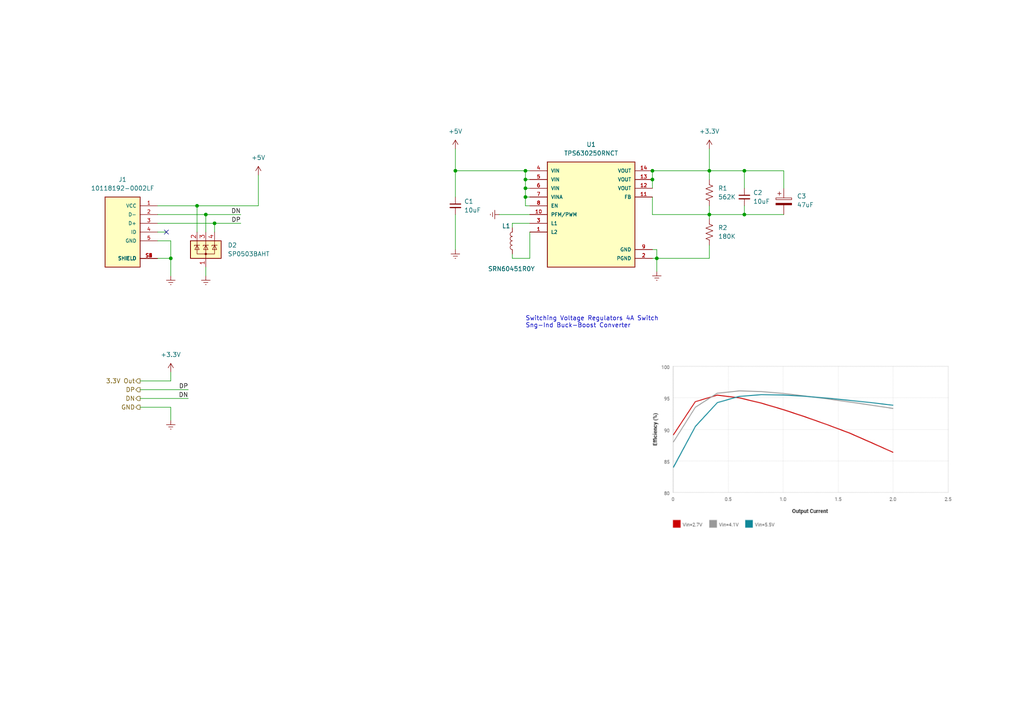
<source format=kicad_sch>
(kicad_sch (version 20250114) (generator "eeschema") (generator_version "9.0")
  (paper "A4")
  (title_block (title "Accelerometer Sensor") (date "2023-07-02") (rev "02") (company "Electronial") (comment 1 "Designed by Electronial") (comment 2 "https://danielismail.com/  ") (comment 3 "Property of NOVOAI[FIVERR]") (comment 4 "@Copyright & Reserved "))
  (lib_symbols
    (symbol "10118192-0002LF:10118192-0002LF" (pin_names (offset 1.016))
      (property "Reference" "J" (at -5.08 11.43 0))
      (property "Value" "10118192-0002LF" (at -5.08 -12.7 0))
      (symbol "10118192-0002LF_0_0"
        (rectangle (start -5.08 -10.16) (end 5.08 10.16) (stroke (width 0.254)) (fill (type background)))
        (pin power_in line (at -10.16 7.62 0) (length 5.08) (name "VCC") (number "1"))
        (pin bidirectional line (at -10.16 5.08 0) (length 5.08) (name "D-") (number "2"))
        (pin bidirectional line (at -10.16 2.54 0) (length 5.08) (name "D+") (number "3"))
        (pin bidirectional line (at -10.16 0 0) (length 5.08) (name "ID") (number "4"))
        (pin power_in line (at -10.16 -2.54 0) (length 5.08) (name "GND") (number "5"))
        (pin passive line (at -10.16 -7.62 0) (length 5.08) (name "SHIELD") (number "S1"))
        (pin passive line (at -10.16 -7.62 0) (length 5.08) (name "SHIELD") (number "S2"))
        (pin passive line (at -10.16 -7.62 0) (length 5.08) (name "SHIELD") (number "S3"))
        (pin passive line (at -10.16 -7.62 0) (length 5.08) (name "SHIELD") (number "S4"))
        (pin passive line (at -10.16 -7.62 0) (length 5.08) (name "SHIELD") (number "S5"))
        (pin passive line (at -10.16 -7.62 0) (length 5.08) (name "SHIELD") (number "S6"))
      )
    )
    (symbol "Device:C_Polarized" (pin_numbers (hide yes)) (pin_names (offset 0.254))
      (property "Reference" "C" (at 0.635 2.54 0))
      (property "Value" "C_Polarized" (at 0.635 -2.54 0))
      (symbol "C_Polarized_0_1"
        (rectangle (start -2.286 0.508) (end 2.286 1.016))
        (polyline (pts (xy -1.778 2.286) (xy -0.762 2.286)))
        (polyline (pts (xy -1.27 2.794) (xy -1.27 1.778)))
        (rectangle (start 2.286 -0.508) (end -2.286 -1.016) (fill (type outline)))
      )
      (symbol "C_Polarized_1_1"
        (pin passive line (at 0 3.81 270) (length 2.794) (name "~") (number "1"))
        (pin passive line (at 0 -3.81 90) (length 2.794) (name "~") (number "2"))
      )
    )
    (symbol "Device:C_Small" (pin_numbers (hide yes)) (pin_names (offset 0.254) (hide yes))
      (property "Reference" "C" (at 0.254 1.778 0))
      (property "Value" "C_Small" (at 0.254 -2.032 0))
      (symbol "C_Small_0_1"
        (polyline (pts (xy -1.524 0.508) (xy 1.524 0.508)) (stroke (width 0.3048)))
        (polyline (pts (xy -1.524 -0.508) (xy 1.524 -0.508)) (stroke (width 0.3302)))
      )
      (symbol "C_Small_1_1"
        (pin passive line (at 0 2.54 270) (length 2.032) (name "~") (number "1"))
        (pin passive line (at 0 -2.54 90) (length 2.032) (name "~") (number "2"))
      )
    )
    (symbol "Device:L" (pin_numbers (hide yes)) (pin_names (offset 1.016) (hide yes))
      (property "Reference" "L" (at -1.27 0 90))
      (property "Value" "L" (at 1.905 0 90))
      (symbol "L_0_1"
        (arc (start 0 2.54) (mid 0.6323 1.905) (end 0 1.27))
        (arc (start 0 1.27) (mid 0.6323 0.635) (end 0 0))
        (arc (start 0 0) (mid 0.6323 -0.635) (end 0 -1.27))
        (arc (start 0 -1.27) (mid 0.6323 -1.905) (end 0 -2.54))
      )
      (symbol "L_1_1"
        (pin passive line (at 0 3.81 270) (length 1.27) (name "1") (number "1"))
        (pin passive line (at 0 -3.81 90) (length 1.27) (name "2") (number "2"))
      )
    )
    (symbol "Device:R_US" (pin_numbers (hide yes)) (pin_names (offset 0))
      (property "Reference" "R" (at 2.54 0 90))
      (property "Value" "R_US" (at -2.54 0 90))
      (symbol "R_US_0_1"
        (polyline (pts (xy 0 2.286) (xy 0 2.54)))
        (polyline (pts (xy 0 2.286) (xy 1.016 1.905) (xy 0 1.524) (xy -1.016 1.143) (xy 0 0.762)))
        (polyline (pts (xy 0 0.762) (xy 1.016 0.381) (xy 0 0) (xy -1.016 -0.381) (xy 0 -0.762)))
        (polyline (pts (xy 0 -0.762) (xy 1.016 -1.143) (xy 0 -1.524) (xy -1.016 -1.905) (xy 0 -2.286)))
        (polyline (pts (xy 0 -2.286) (xy 0 -2.54)))
      )
      (symbol "R_US_1_1"
        (pin passive line (at 0 3.81 270) (length 1.27) (name "~") (number "1"))
        (pin passive line (at 0 -3.81 90) (length 1.27) (name "~") (number "2"))
      )
    )
    (symbol "Power_Protection:SP0503BAHT" (pin_names (hide yes))
      (property "Reference" "D" (at 5.715 2.54 0))
      (property "Value" "SP0503BAHT" (at 5.715 0.635 0))
      (symbol "SP0503BAHT_0_0"
        (pin passive line (at 0 -5.08 90) (length 2.54) (name "A") (number "1"))
      )
      (symbol "SP0503BAHT_0_1"
        (rectangle (start -4.445 2.54) (end 4.445 -2.54) (stroke (width 0.254)) (fill (type background)))
        (polyline (pts (xy -3.302 1.016) (xy -3.302 1.27) (xy -1.905 1.27) (xy -1.778 1.27)))
        (polyline (pts (xy -2.54 2.54) (xy -2.54 1.27)))
        (polyline (pts (xy -2.54 1.27) (xy -2.54 -1.27) (xy 2.54 -1.27) (xy 2.54 1.27)))
        (polyline (pts (xy -2.54 1.27) (xy -1.905 0) (xy -3.175 0) (xy -2.54 1.27)))
        (polyline (pts (xy 0 2.54) (xy 0 1.27)))
        (polyline (pts (xy 0 -1.27) (xy 0 1.27)))
        (polyline (pts (xy 0 -1.27) (xy 0 -2.54)))
        (circle (center 0 -1.27) (radius 0.254) (fill (type outline)))
        (polyline (pts (xy 0.635 1.27) (xy 0.762 1.27)))
        (polyline (pts (xy 0.635 1.27) (xy -0.762 1.27) (xy -0.762 1.016)))
        (polyline (pts (xy 0.635 0) (xy -0.635 0) (xy 0 1.27) (xy 0.635 0)))
        (polyline (pts (xy 1.778 1.016) (xy 1.778 1.27) (xy 3.175 1.27) (xy 3.302 1.27)))
        (polyline (pts (xy 2.54 2.54) (xy 2.54 1.27)))
        (polyline (pts (xy 2.54 1.27) (xy 1.905 0) (xy 3.175 0) (xy 2.54 1.27)))
      )
      (symbol "SP0503BAHT_1_1"
        (pin passive line (at -2.54 5.08 270) (length 2.54) (name "K") (number "2"))
        (pin passive line (at 0 5.08 270) (length 2.54) (name "K") (number "3"))
        (pin passive line (at 2.54 5.08 270) (length 2.54) (name "K") (number "4"))
      )
    )
    (symbol "TPS630250RNCT:TPS630250RNCT" (pin_names (offset 1.016))
      (property "Reference" "U1" (at 0 20.32 0))
      (property "Value" "TPS630250RNCT" (at 0 17.78 0))
      (symbol "TPS630250RNCT_0_0"
        (rectangle (start -12.7 15.24) (end 12.7 -15.24) (stroke (width 0.254)) (fill (type background)))
        (pin input line (at -17.78 12.7 0) (length 5.08) (name "VIN") (number "4"))
        (pin input line (at -17.78 10.16 0) (length 5.08) (name "VIN") (number "5"))
        (pin input line (at -17.78 7.62 0) (length 5.08) (name "VIN") (number "6"))
        (pin input line (at -17.78 5.08 0) (length 5.08) (name "VINA") (number "7"))
        (pin input line (at -17.78 2.54 0) (length 5.08) (name "EN") (number "8"))
        (pin input line (at -17.78 0 0) (length 5.08) (name "PFM/PWM") (number "10"))
        (pin passive line (at -17.78 -2.54 0) (length 5.08) (name "L1") (number "3"))
        (pin passive line (at -17.78 -5.08 0) (length 5.08) (name "L2") (number "1"))
        (pin output line (at 17.78 12.7 180) (length 5.08) (name "VOUT") (number "14"))
        (pin output line (at 17.78 10.16 180) (length 5.08) (name "VOUT") (number "13"))
        (pin output line (at 17.78 7.62 180) (length 5.08) (name "VOUT") (number "12"))
        (pin input line (at 17.78 5.08 180) (length 5.08) (name "FB") (number "11"))
        (pin power_in line (at 17.78 -10.16 180) (length 5.08) (name "GND") (number "9"))
        (pin power_in line (at 17.78 -12.7 180) (length 5.08) (name "PGND") (number "2"))
      )
    )
    (symbol "power:+3.3V" (power) (pin_names (offset 0))
      (property "Value" "+3.3V" (at 0 3.556 0))
      (symbol "+3.3V_0_1"
        (polyline (pts (xy -0.762 1.27) (xy 0 2.54)))
        (polyline (pts (xy 0 2.54) (xy 0.762 1.27)))
        (polyline (pts (xy 0 0) (xy 0 2.54)))
      )
      (symbol "+3.3V_1_1"
        (pin power_in line (at 0 0 90) (length 0) (hide yes) (name "+3.3V") (number "1"))
      )
    )
    (symbol "power:+5V" (power) (pin_names (offset 0))
      (property "Value" "+5V" (at 0 3.556 0))
      (symbol "+5V_0_1"
        (polyline (pts (xy -0.762 1.27) (xy 0 2.54)))
        (polyline (pts (xy 0 2.54) (xy 0.762 1.27)))
        (polyline (pts (xy 0 0) (xy 0 2.54)))
      )
      (symbol "+5V_1_1"
        (pin power_in line (at 0 0 90) (length 0) (hide yes) (name "+5V") (number "1"))
      )
    )
    (symbol "power:Earth" (power) (pin_names (offset 0))
      (symbol "Earth_0_1"
        (polyline (pts (xy -0.635 -1.905) (xy 0.635 -1.905)))
        (polyline (pts (xy -0.127 -2.54) (xy 0.127 -2.54)))
        (polyline (pts (xy 0 -1.27) (xy 0 0)))
        (polyline (pts (xy 1.27 -1.27) (xy -1.27 -1.27)))
      )
      (symbol "Earth_1_1"
        (pin power_in line (at 0 0 270) (length 0) (hide yes) (name "Earth") (number "1"))
      )
    )
  )
  (text "Switching Voltage Regulators 4A Switch \nSng-Ind Buck-Boost Converter" (at 152.4 95.25 0) (effects (font (size 1.27 1.27)) (justify left bottom)))
  (junction (at 189.23 49.53))
  (junction (at 152.4 57.15))
  (junction (at 57.15 59.69))
  (junction (at 205.74 62.23))
  (junction (at 59.69 62.23))
  (junction (at 205.74 49.53))
  (junction (at 190.5 74.93))
  (junction (at 152.4 49.53))
  (junction (at 152.4 52.07))
  (junction (at 152.4 54.61))
  (junction (at 215.9 62.23))
  (junction (at 49.53 74.93))
  (junction (at 132.08 49.53))
  (junction (at 215.9 49.53))
  (junction (at 189.23 52.07))
  (junction (at 62.23 64.77))
  (no_connect (at 48.26 67.31))
  (wire (pts (xy 45.72 69.85) (xy 49.53 69.85)))
  (wire (pts (xy 148.59 66.04) (xy 148.59 64.77)))
  (wire (pts (xy 205.74 49.53) (xy 189.23 49.53)))
  (wire (pts (xy 132.08 43.18) (xy 132.08 49.53)))
  (wire (pts (xy 57.15 59.69) (xy 74.93 59.69)))
  (wire (pts (xy 153.67 59.69) (xy 152.4 59.69)))
  (wire (pts (xy 189.23 74.93) (xy 190.5 74.93)))
  (wire (pts (xy 190.5 72.39) (xy 189.23 72.39)))
  (wire (pts (xy 190.5 72.39) (xy 190.5 74.93)))
  (wire (pts (xy 153.67 67.31) (xy 153.67 74.93)))
  (wire (pts (xy 189.23 62.23) (xy 189.23 57.15)))
  (wire (pts (xy 189.23 54.61) (xy 189.23 52.07)))
  (wire (pts (xy 62.23 64.77) (xy 62.23 67.31)))
  (wire (pts (xy 153.67 57.15) (xy 152.4 57.15)))
  (wire (pts (xy 205.74 43.18) (xy 205.74 49.53)))
  (wire (pts (xy 54.61 115.57) (xy 40.64 115.57)))
  (wire (pts (xy 59.69 62.23) (xy 69.85 62.23)))
  (wire (pts (xy 45.72 64.77) (xy 62.23 64.77)))
  (wire (pts (xy 62.23 64.77) (xy 69.85 64.77)))
  (wire (pts (xy 59.69 62.23) (xy 59.69 67.31)))
  (wire (pts (xy 49.53 69.85) (xy 49.53 74.93)))
  (wire (pts (xy 189.23 49.53) (xy 189.23 52.07)))
  (wire (pts (xy 152.4 52.07) (xy 152.4 49.53)))
  (wire (pts (xy 45.72 59.69) (xy 57.15 59.69)))
  (wire (pts (xy 144.78 62.23) (xy 153.67 62.23)))
  (wire (pts (xy 205.74 62.23) (xy 205.74 63.5)))
  (wire (pts (xy 227.33 49.53) (xy 227.33 54.61)))
  (wire (pts (xy 215.9 62.23) (xy 227.33 62.23)))
  (wire (pts (xy 132.08 62.23) (xy 132.08 72.39)))
  (wire (pts (xy 205.74 74.93) (xy 205.74 71.12)))
  (wire (pts (xy 215.9 62.23) (xy 215.9 59.69)))
  (wire (pts (xy 152.4 54.61) (xy 153.67 54.61)))
  (wire (pts (xy 153.67 74.93) (xy 148.59 74.93)))
  (wire (pts (xy 132.08 49.53) (xy 152.4 49.53)))
  (wire (pts (xy 152.4 49.53) (xy 153.67 49.53)))
  (wire (pts (xy 54.61 113.03) (xy 40.64 113.03)))
  (wire (pts (xy 205.74 49.53) (xy 215.9 49.53)))
  (wire (pts (xy 215.9 49.53) (xy 227.33 49.53)))
  (wire (pts (xy 205.74 62.23) (xy 215.9 62.23)))
  (wire (pts (xy 152.4 54.61) (xy 152.4 52.07)))
  (wire (pts (xy 45.72 62.23) (xy 59.69 62.23)))
  (wire (pts (xy 215.9 49.53) (xy 215.9 54.61)))
  (wire (pts (xy 190.5 74.93) (xy 205.74 74.93)))
  (wire (pts (xy 205.74 62.23) (xy 189.23 62.23)))
  (wire (pts (xy 49.53 80.01) (xy 49.53 74.93)))
  (wire (pts (xy 152.4 52.07) (xy 153.67 52.07)))
  (wire (pts (xy 49.53 74.93) (xy 45.72 74.93)))
  (wire (pts (xy 205.74 52.07) (xy 205.74 49.53)))
  (wire (pts (xy 49.53 107.95) (xy 49.53 110.49)))
  (wire (pts (xy 132.08 49.53) (xy 132.08 57.15)))
  (wire (pts (xy 152.4 57.15) (xy 152.4 54.61)))
  (wire (pts (xy 57.15 59.69) (xy 57.15 67.31)))
  (wire (pts (xy 45.72 67.31) (xy 48.26 67.31)))
  (wire (pts (xy 152.4 59.69) (xy 152.4 57.15)))
  (wire (pts (xy 205.74 62.23) (xy 205.74 59.69)))
  (wire (pts (xy 49.53 121.92) (xy 49.53 118.11)))
  (wire (pts (xy 59.69 77.47) (xy 59.69 80.01)))
  (wire (pts (xy 40.64 110.49) (xy 49.53 110.49)))
  (wire (pts (xy 40.64 118.11) (xy 49.53 118.11)))
  (wire (pts (xy 148.59 74.93) (xy 148.59 73.66)))
  (wire (pts (xy 74.93 50.8) (xy 74.93 59.69)))
  (wire (pts (xy 190.5 74.93) (xy 190.5 78.74)))
  (wire (pts (xy 148.59 64.77) (xy 153.67 64.77)))
  (image (at 229.87 129.54) (scale 1.53719))
  (label "DP" (at 69.85 64.77 180))
  (label "DP" (at 54.61 113.03 180))
  (label "DN" (at 54.61 115.57 180))
  (label "DN" (at 69.85 62.23 180))
  (hierarchical_label "3.3V Out" (shape output) (at 40.64 110.49 180))
  (hierarchical_label "GND" (shape output) (at 40.64 118.11 180))
  (hierarchical_label "DP" (shape output) (at 40.64 113.03 180))
  (hierarchical_label "DN" (shape output) (at 40.64 115.57 180))
  (symbol (lib_id "power:+5V") (at 132.08 43.18 0) (mirror y) (unit 1)
    (property "Reference" "#PWR0116" (effects (hide yes)))
    (property "Value" "+5V" (at 132.08 38.1 0))
  )
  (symbol (lib_id "10118192-0002LF:10118192-0002LF") (at 35.56 67.31 0) (mirror y) (unit 1)
    (property "Reference" "J1" (at 35.56 52.07 0))
    (property "Value" "10118192-0002LF" (at 35.56 54.61 0))
    (property "Footprint" "Footprint:AMPHENOL_10118192-0002LF" (effects (hide yes)))
    (property "PARTREV" "B" (effects (hide yes)))
    (property "MANUFACTURER" "Amphenol" (effects (hide yes)))
    (property "MAXIMUM_PACKAGE_HEIGHT" "2.8mm" (effects (hide yes)))
    (property "STANDARD" "Manufacturer Recommendations" (effects (hide yes)))
    (property "PRICE" "0.32" (effects (hide yes)))
    (property "Manufacturer_Part_Number" "10118192-0002LF" (effects (hide yes)))
    (property "LCSC mfr" "10118192-0002LF" (effects (hide yes)))
  )
  (symbol (lib_id "Device:R_US") (at 205.74 55.88 0) (unit 1)
    (property "Reference" "R1" (at 208.28 54.6099 0) (effects (justify left)))
    (property "Value" "562K" (at 208.28 57.1499 0) (effects (justify left)))
    (property "Footprint" "Resistor_SMD:R_0603_1608Metric_Pad0.98x0.95mm_HandSolder" (effects (hide yes)))
    (property "PRICE" "0.15" (effects (hide yes)))
    (property "Manufacturer_Part_Number" "ERJ-PA3F5623V" (effects (hide yes)))
    (property "LCSC mfr" "HP03W5F5623T5E" (effects (hide yes)))
  )
  (symbol (lib_id "power:Earth") (at 59.69 80.01 0) (mirror y) (unit 1)
    (property "Reference" "#PWR0200" (effects (hide yes)))
    (property "Value" "Earth" (effects (hide yes)))
  )
  (symbol (lib_id "power:+3.3V") (at 49.53 107.95 0) (unit 1)
    (property "Reference" "#PWR0114" (effects (hide yes)))
    (property "Value" "+3.3V" (at 49.53 102.87 0))
  )
  (symbol (lib_id "Device:L") (at 148.59 69.85 180) (unit 1)
    (property "Reference" "L1" (at 146.812 65.532 0))
    (property "Value" "SRN60451R0Y" (at 148.336 77.978 0))
    (property "Footprint" "Footprint:SRN60451R0Y" (effects (hide yes)))
    (property "PRICE" "0.6" (effects (hide yes)))
    (property "Manufacturer_Part_Number" "SRN60451R0Y" (effects (hide yes)))
  )
  (symbol (lib_id "Device:C_Small") (at 132.08 59.69 0) (unit 1)
    (property "Reference" "C1" (at 134.62 58.4262 0) (effects (justify left)))
    (property "Value" "10uF" (at 134.62 60.9662 0) (effects (justify left)))
    (property "Footprint" "Capacitor_SMD:C_0805_2012Metric_Pad1.18x1.45mm_HandSolder" (effects (hide yes)))
    (property "PRICE" "0.2" (effects (hide yes)))
    (property "Manufacturer_Part_Number" "CL21A106KAYNNNE" (effects (hide yes)))
    (property "LCSC mfr" "CL21A106KAYNNNE" (effects (hide yes)))
  )
  (symbol (lib_id "power:+5V") (at 74.93 50.8 0) (mirror y) (unit 1)
    (property "Reference" "#PWR0118" (effects (hide yes)))
    (property "Value" "+5V" (at 74.93 45.72 0))
  )
  (symbol (lib_id "power:Earth") (at 190.5 78.74 0) (unit 1)
    (property "Reference" "#PWR0112" (effects (hide yes)))
    (property "Value" "Earth" (effects (hide yes)))
  )
  (symbol (lib_id "Device:R_US") (at 205.74 67.31 0) (unit 1)
    (property "Reference" "R2" (at 208.28 66.0399 0) (effects (justify left)))
    (property "Value" "180K" (at 208.28 68.5799 0) (effects (justify left)))
    (property "Footprint" "Resistor_SMD:R_0603_1608Metric_Pad0.98x0.95mm_HandSolder" (effects (hide yes)))
    (property "PRICE" "0.1" (effects (hide yes)))
    (property "Manufacturer_Part_Number" "CRGH0603F180K" (effects (hide yes)))
    (property "LCSC mfr" "HP03W5J0184T5E" (effects (hide yes)))
  )
  (symbol (lib_id "Device:C_Small") (at 215.9 57.15 0) (unit 1)
    (property "Reference" "C2" (at 218.44 55.8862 0) (effects (justify left)))
    (property "Value" "10uF" (at 218.44 58.4262 0) (effects (justify left)))
    (property "Footprint" "Capacitor_SMD:C_0805_2012Metric_Pad1.18x1.45mm_HandSolder" (effects (hide yes)))
    (property "PRICE" "0.2" (effects (hide yes)))
    (property "Manufacturer_Part_Number" "CL21A106KAYNNNE" (effects (hide yes)))
    (property "LCSC mfr" "CL21A106KAYNNNE" (effects (hide yes)))
  )
  (symbol (lib_id "power:Earth") (at 49.53 80.01 0) (mirror y) (unit 1)
    (property "Reference" "#PWR0119" (effects (hide yes)))
    (property "Value" "Earth" (effects (hide yes)))
  )
  (symbol (lib_id "power:Earth") (at 49.53 121.92 0) (unit 1)
    (property "Reference" "#PWR0115" (effects (hide yes)))
    (property "Value" "Earth" (effects (hide yes)))
  )
  (symbol (lib_id "TPS630250RNCT:TPS630250RNCT") (at 171.45 62.23 0) (unit 1)
    (property "Reference" "U1" (at 171.45 41.91 0))
    (property "Value" "TPS630250RNCT" (at 171.45 44.45 0))
    (property "Footprint" "Footprint:VREG_TPS630250RNCT" (effects (hide yes)))
    (property "STANDARD" "Manufacturer Recommendations" (effects (hide yes)))
    (property "PARTREV" "B" (effects (hide yes)))
    (property "MANUFACTURER" "Texas Instruments" (effects (hide yes)))
    (property "MAXIMUM_PACKAGE_HEIGHT" "1.0 mm" (effects (hide yes)))
    (property "PRICE" "2.3" (effects (hide yes)))
    (property "Manufacturer_Part_Number" "TPS630250RNCT" (effects (hide yes)))
  )
  (symbol (lib_id "Power_Protection:SP0503BAHT") (at 59.69 72.39 0) (unit 1)
    (property "Reference" "D2" (at 66.04 71.1199 0) (effects (justify left)))
    (property "Value" "SP0503BAHT" (at 66.04 73.6599 0) (effects (justify left)))
    (property "Footprint" "Package_TO_SOT_SMD:SOT-143" (effects (hide yes)))
    (property "Datasheet" "http://www.littelfuse.com/~/media/files/littelfuse/technical%20resources/documents/data%20sheets/sp05xxba.pdf" (effects (hide yes)))
    (property "LCSC mfr" "SP0503BAHTG" (effects (hide yes)))
    (property "Manufacturer_Part_Number" "SP0503BAHT" (effects (hide yes)))
    (property "PRICE" "0.17" (effects (hide yes)))
  )
  (symbol (lib_id "Device:C_Polarized") (at 227.33 58.42 0) (unit 1)
    (property "Reference" "C3" (at 231.14 56.896 0) (effects (justify left)))
    (property "Value" "47uF" (at 231.14 59.436 0) (effects (justify left)))
    (property "Footprint" "Capacitor_SMD:C_1210_3225Metric_Pad1.33x2.70mm_HandSolder" (effects (hide yes)))
    (property "Manufacturer_Part_Number" "TAJB476K010RNJ" (effects (hide yes)))
    (property "LCSC mfr" "TAJB476K010RNJ" (effects (hide yes)))
  )
  (symbol (lib_id "power:+3.3V") (at 205.74 43.18 0) (unit 1)
    (property "Reference" "#PWR0110" (effects (hide yes)))
    (property "Value" "+3.3V" (at 205.74 38.1 0))
  )
  (symbol (lib_id "power:Earth") (at 144.78 62.23 270) (unit 1)
    (property "Reference" "#PWR0117" (effects (hide yes)))
    (property "Value" "Earth" (effects (hide yes)))
  )
  (symbol (lib_id "power:Earth") (at 132.08 72.39 0) (unit 1)
    (property "Reference" "#PWR0120" (effects (hide yes)))
    (property "Value" "Earth" (effects (hide yes)))
  )
)
</source>
